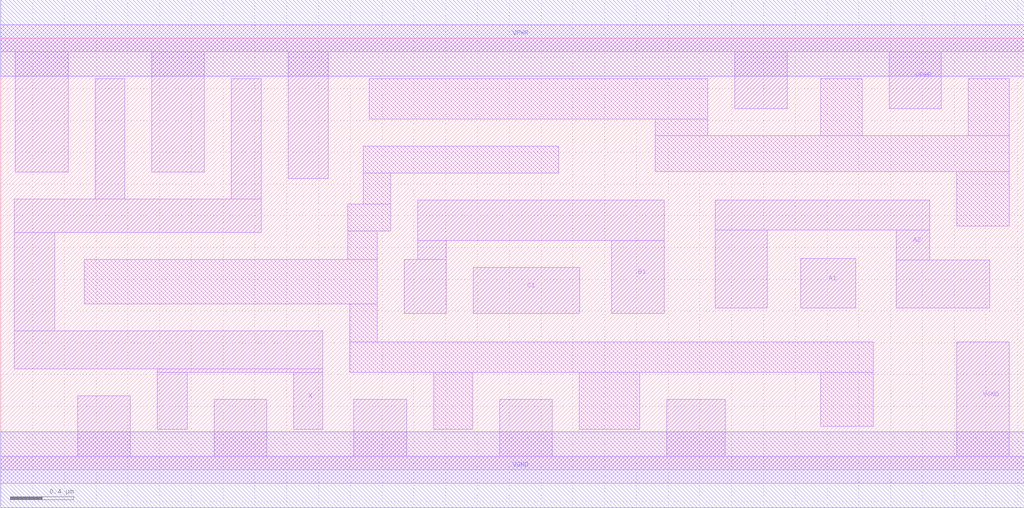
<source format=lef>
# Copyright 2020 The SkyWater PDK Authors
#
# Licensed under the Apache License, Version 2.0 (the "License");
# you may not use this file except in compliance with the License.
# You may obtain a copy of the License at
#
#     https://www.apache.org/licenses/LICENSE-2.0
#
# Unless required by applicable law or agreed to in writing, software
# distributed under the License is distributed on an "AS IS" BASIS,
# WITHOUT WARRANTIES OR CONDITIONS OF ANY KIND, either express or implied.
# See the License for the specific language governing permissions and
# limitations under the License.
#
# SPDX-License-Identifier: Apache-2.0

VERSION 5.5 ;
NAMESCASESENSITIVE ON ;
BUSBITCHARS "[]" ;
DIVIDERCHAR "/" ;
MACRO sky130_fd_sc_hd__a211o_4
  CLASS CORE ;
  SOURCE USER ;
  ORIGIN  0.000000  0.000000 ;
  SIZE  6.440000 BY  2.720000 ;
  SYMMETRY X Y R90 ;
  SITE unithd ;
  PIN A1
    ANTENNAGATEAREA  0.495000 ;
    DIRECTION INPUT ;
    USE SIGNAL ;
    PORT
      LAYER li1 ;
        RECT 5.035000 1.020000 5.380000 1.330000 ;
    END
  END A1
  PIN A2
    ANTENNAGATEAREA  0.495000 ;
    DIRECTION INPUT ;
    USE SIGNAL ;
    PORT
      LAYER li1 ;
        RECT 4.495000 1.020000 4.825000 1.510000 ;
        RECT 4.495000 1.510000 5.845000 1.700000 ;
        RECT 5.635000 1.020000 6.225000 1.320000 ;
        RECT 5.635000 1.320000 5.845000 1.510000 ;
    END
  END A2
  PIN B1
    ANTENNAGATEAREA  0.495000 ;
    DIRECTION INPUT ;
    USE SIGNAL ;
    PORT
      LAYER li1 ;
        RECT 2.540000 0.985000 2.805000 1.325000 ;
        RECT 2.625000 1.325000 2.805000 1.445000 ;
        RECT 2.625000 1.445000 4.175000 1.700000 ;
        RECT 3.845000 0.985000 4.175000 1.445000 ;
    END
  END B1
  PIN C1
    ANTENNAGATEAREA  0.495000 ;
    DIRECTION INPUT ;
    USE SIGNAL ;
    PORT
      LAYER li1 ;
        RECT 2.975000 0.985000 3.645000 1.275000 ;
    END
  END C1
  PIN X
    ANTENNADIFFAREA  0.933750 ;
    DIRECTION OUTPUT ;
    USE SIGNAL ;
    PORT
      LAYER li1 ;
        RECT 0.085000 0.635000 2.025000 0.875000 ;
        RECT 0.085000 0.875000 0.340000 1.495000 ;
        RECT 0.085000 1.495000 1.640000 1.705000 ;
        RECT 0.595000 1.705000 0.780000 2.465000 ;
        RECT 0.985000 0.255000 1.175000 0.615000 ;
        RECT 0.985000 0.615000 2.025000 0.635000 ;
        RECT 1.450000 1.705000 1.640000 2.465000 ;
        RECT 1.845000 0.255000 2.025000 0.615000 ;
    END
  END X
  PIN VGND
    DIRECTION INOUT ;
    SHAPE ABUTMENT ;
    USE GROUND ;
    PORT
      LAYER li1 ;
        RECT 0.000000 -0.085000 6.440000 0.085000 ;
        RECT 0.485000  0.085000 0.815000 0.465000 ;
        RECT 1.345000  0.085000 1.675000 0.445000 ;
        RECT 2.220000  0.085000 2.555000 0.445000 ;
        RECT 3.140000  0.085000 3.470000 0.445000 ;
        RECT 4.190000  0.085000 4.560000 0.445000 ;
        RECT 6.015000  0.085000 6.345000 0.805000 ;
    END
    PORT
      LAYER met1 ;
        RECT 0.000000 -0.240000 6.440000 0.240000 ;
    END
  END VGND
  PIN VNB
    DIRECTION INOUT ;
    USE GROUND ;
    PORT
    END
  END VNB
  PIN VPB
    DIRECTION INOUT ;
    USE POWER ;
    PORT
    END
  END VPB
  PIN VPWR
    DIRECTION INOUT ;
    SHAPE ABUTMENT ;
    USE POWER ;
    PORT
      LAYER li1 ;
        RECT 0.000000 2.635000 6.440000 2.805000 ;
        RECT 0.090000 1.875000 0.425000 2.635000 ;
        RECT 0.950000 1.875000 1.280000 2.635000 ;
        RECT 1.810000 1.835000 2.060000 2.635000 ;
        RECT 4.620000 2.275000 4.950000 2.635000 ;
        RECT 5.590000 2.275000 5.920000 2.635000 ;
    END
    PORT
      LAYER met1 ;
        RECT 0.000000 2.480000 6.440000 2.960000 ;
    END
  END VPWR
  OBS
    LAYER li1 ;
      RECT 0.525000 1.045000 2.370000 1.325000 ;
      RECT 2.185000 1.325000 2.370000 1.505000 ;
      RECT 2.185000 1.505000 2.455000 1.675000 ;
      RECT 2.195000 0.615000 5.490000 0.805000 ;
      RECT 2.195000 0.805000 2.370000 1.045000 ;
      RECT 2.280000 1.675000 2.455000 1.870000 ;
      RECT 2.280000 1.870000 3.510000 2.040000 ;
      RECT 2.320000 2.210000 4.450000 2.465000 ;
      RECT 2.725000 0.255000 2.970000 0.615000 ;
      RECT 3.640000 0.255000 4.020000 0.615000 ;
      RECT 4.120000 1.880000 6.345000 2.105000 ;
      RECT 4.120000 2.105000 4.450000 2.210000 ;
      RECT 5.160000 0.275000 5.490000 0.615000 ;
      RECT 5.160000 2.105000 5.420000 2.465000 ;
      RECT 6.015000 1.535000 6.345000 1.880000 ;
      RECT 6.090000 2.105000 6.345000 2.465000 ;
  END
END sky130_fd_sc_hd__a211o_4
END LIBRARY

</source>
